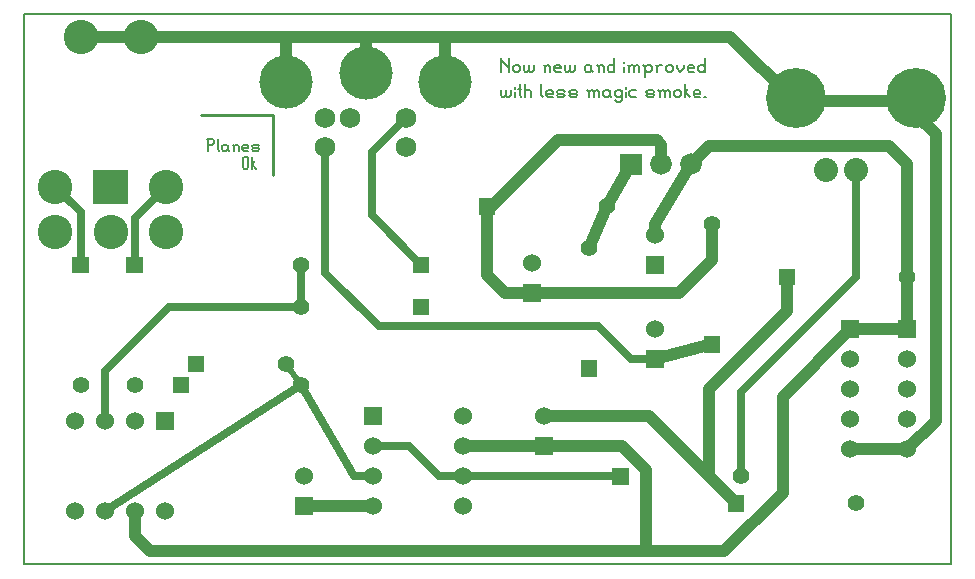
<source format=gbr>
G04 start of page 2 for group 0 idx 0 *
G04 Title: (unknown), component *
G04 Creator: pcb 20091103 *
G04 CreationDate: Tue Aug 17 22:54:19 2010 UTC *
G04 For: fosse *
G04 Format: Gerber/RS-274X *
G04 PCB-Dimensions: 508500 383000 *
G04 PCB-Coordinate-Origin: lower left *
%MOIN*%
%FSLAX25Y25*%
%LNFRONT*%
%ADD11C,0.0400*%
%ADD12C,0.0250*%
%ADD13C,0.0100*%
%ADD14C,0.0060*%
%ADD15C,0.0200*%
%ADD16C,0.0070*%
%ADD17C,0.1150*%
%ADD18C,0.1775*%
%ADD19C,0.0691*%
%ADD20C,0.0550*%
%ADD21C,0.0600*%
%ADD22C,0.0720*%
%ADD23C,0.2000*%
%ADD24C,0.0800*%
%ADD25C,0.0350*%
%ADD26C,0.0860*%
%ADD27C,0.1250*%
%ADD28C,0.0380*%
%ADD29C,0.0280*%
%ADD30C,0.0420*%
G54D11*X322500Y266000D02*X106000D01*
X227500D02*Y251008D01*
X227575Y250933D01*
X201000Y254083D02*Y266000D01*
X174425Y250933D02*Y265425D01*
X174500Y265500D01*
G54D12*X203000Y206500D02*Y227736D01*
X214386Y239122D01*
X187614Y229280D02*Y187386D01*
X219500Y190000D02*X203000Y206500D01*
X106000Y190000D02*Y207500D01*
X124000Y205500D02*X134500Y216000D01*
X124000Y190000D02*Y205500D01*
Y190000D02*Y190500D01*
G54D13*X146000Y240000D02*X170000D01*
Y220000D01*
G54D12*X106000Y207500D02*X97500Y216000D01*
G54D11*X297500Y203500D02*X309500Y223500D01*
X316500Y191500D02*Y203500D01*
X258500Y129500D02*X233500D01*
G54D12*X225500Y119500D02*X215500Y129500D01*
X203500D01*
X114000Y108000D02*X179500Y150000D01*
X114000Y138000D02*Y154500D01*
X135500Y176000D01*
X179500D01*
Y190000D02*Y176000D01*
G54D14*X87200Y273600D02*Y90200D01*
G54D11*X294500Y121500D02*Y95000D01*
X219500Y94500D02*X320500D01*
X260500Y139500D02*X295500D01*
X260500Y129500D02*X286500D01*
X294500Y121500D01*
G54D12*X286000Y119500D02*X225500D01*
X205500Y169500D02*X278500D01*
G54D11*X241500Y186500D02*X247500Y180500D01*
X305500D01*
G54D12*X187614Y187386D02*X205500Y169500D01*
G54D14*X396300Y273600D02*X87200D01*
G54D11*X203500Y109500D02*X180500D01*
G54D15*X179500Y150000D02*X174500Y157000D01*
G54D12*X203500Y119500D02*X197000D01*
X179500Y150000D02*X197000Y119500D01*
G54D11*X124000Y108000D02*Y99500D01*
X129000Y94500D01*
X249500D01*
G54D14*X87200Y90200D02*X396300D01*
G54D11*X384500Y244500D02*X344000D01*
X384500D02*Y240000D01*
X315500Y229500D02*X375500D01*
X344000Y244500D02*X322500Y266000D01*
X381500Y223500D02*Y168500D01*
X391000Y233500D02*Y138000D01*
X375500Y229500D02*X381500Y223500D01*
X384500Y240000D02*X391000Y233500D01*
G54D12*X364500Y220500D02*Y186000D01*
G54D11*X362500Y168500D02*X340000Y146000D01*
X362500Y168500D02*X381500D01*
X243000Y209500D02*X265000Y231500D01*
X241500Y209500D02*X243000D01*
X275500Y195500D02*X281500Y209500D01*
X297500Y200000D02*Y203500D01*
X265000Y231500D02*X298000D01*
X281500Y209500D02*X289500Y223500D01*
X299500Y230000D02*Y223500D01*
X309500D02*X315500Y229500D01*
X298000Y231500D02*X299500Y230000D01*
X241500Y209500D02*Y186500D01*
X391000Y138000D02*X381500Y128500D01*
X297500Y158500D02*X316500Y163500D01*
X305500Y180500D02*X316500Y191500D01*
G54D12*X297500Y158500D02*X289500D01*
X278500Y169500D01*
G54D11*X341500Y174500D02*Y186000D01*
Y174500D02*X315500Y148500D01*
G54D12*X364500Y186000D02*X326000Y147500D01*
G54D11*X320500Y94500D02*X340000Y114000D01*
X295500Y139500D02*X324500Y110500D01*
X315500Y119500D02*X324500Y110500D01*
X340000Y114000D02*Y146000D01*
X315500Y148500D02*Y119500D01*
G54D12*X326000Y147500D02*Y119500D01*
G54D11*X362500Y128500D02*X381500D01*
G54D14*X396300Y90200D02*Y273600D01*
G54D16*X148495Y232010D02*Y228050D01*
X148000Y232010D02*X149980D01*
X150475Y231515D01*
Y230525D01*
X149980Y230030D02*X150475Y230525D01*
X148495Y230030D02*X149980D01*
X151663Y232010D02*Y228545D01*
X152158Y228050D01*
X154634Y230030D02*X155129Y229535D01*
X153644Y230030D02*X154634D01*
X153149Y229535D02*X153644Y230030D01*
X153149Y229535D02*Y228545D01*
X153644Y228050D01*
X155129Y230030D02*Y228545D01*
X155624Y228050D01*
X153644D02*X154634D01*
X155129Y228545D01*
X157308Y229535D02*Y228050D01*
Y229535D02*X157803Y230030D01*
X158298D01*
X158793Y229535D01*
Y228050D01*
X156813Y230030D02*X157308Y229535D01*
X160477Y228050D02*X161962D01*
X159982Y228545D02*X160477Y228050D01*
X159982Y229535D02*Y228545D01*
Y229535D02*X160477Y230030D01*
X161467D01*
X161962Y229535D01*
X159982Y229040D02*X161962D01*
Y229535D02*Y229040D01*
X163646Y228050D02*X165131D01*
X165626Y228545D01*
X165131Y229040D02*X165626Y228545D01*
X163646Y229040D02*X165131D01*
X163151Y229535D02*X163646Y229040D01*
X163151Y229535D02*X163646Y230030D01*
X165131D01*
X165626Y229535D01*
X163151Y228545D02*X163646Y228050D01*
X160000Y225515D02*Y222545D01*
Y225515D02*X160495Y226010D01*
X161485D01*
X161980Y225515D01*
Y222545D01*
X161485Y222050D02*X161980Y222545D01*
X160495Y222050D02*X161485D01*
X160000Y222545D02*X160495Y222050D01*
X163168Y226010D02*Y222050D01*
Y223535D02*X164653Y222050D01*
X163168Y223535D02*X164158Y224525D01*
X246000Y258890D02*Y254450D01*
Y258890D02*Y258335D01*
X248775Y255560D01*
Y258890D02*Y254450D01*
X250108Y256115D02*Y255005D01*
Y256115D02*X250663Y256670D01*
X251773D01*
X252328Y256115D01*
Y255005D01*
X251773Y254450D02*X252328Y255005D01*
X250663Y254450D02*X251773D01*
X250108Y255005D02*X250663Y254450D01*
X253661Y256670D02*Y255005D01*
X254216Y254450D01*
X254771D01*
X255326Y255005D01*
Y256670D02*Y255005D01*
X255881Y254450D01*
X256436D01*
X256991Y255005D01*
Y256670D02*Y255005D01*
X260877Y256115D02*Y254450D01*
Y256115D02*X261432Y256670D01*
X261987D01*
X262542Y256115D01*
Y254450D01*
X260322Y256670D02*X260877Y256115D01*
X264430Y254450D02*X266095D01*
X263875Y255005D02*X264430Y254450D01*
X263875Y256115D02*Y255005D01*
Y256115D02*X264430Y256670D01*
X265540D01*
X266095Y256115D01*
X263875Y255560D02*X266095D01*
Y256115D02*Y255560D01*
X267428Y256670D02*Y255005D01*
X267983Y254450D01*
X268538D01*
X269093Y255005D01*
Y256670D02*Y255005D01*
X269648Y254450D01*
X270203D01*
X270758Y255005D01*
Y256670D02*Y255005D01*
X275754Y256670D02*X276309Y256115D01*
X274644Y256670D02*X275754D01*
X274089Y256115D02*X274644Y256670D01*
X274089Y256115D02*Y255005D01*
X274644Y254450D01*
X276309Y256670D02*Y255005D01*
X276864Y254450D01*
X274644D02*X275754D01*
X276309Y255005D01*
X278752Y256115D02*Y254450D01*
Y256115D02*X279307Y256670D01*
X279862D01*
X280417Y256115D01*
Y254450D01*
X278197Y256670D02*X278752Y256115D01*
X283970Y258890D02*Y254450D01*
X283415D02*X283970Y255005D01*
X282305Y254450D02*X283415D01*
X281750Y255005D02*X282305Y254450D01*
X281750Y256115D02*Y255005D01*
Y256115D02*X282305Y256670D01*
X283415D01*
X283970Y256115D01*
X287301Y257780D02*Y257225D01*
Y256115D02*Y254450D01*
X288968Y256115D02*Y254450D01*
Y256115D02*X289523Y256670D01*
X290078D01*
X290633Y256115D01*
Y254450D01*
Y256115D02*X291188Y256670D01*
X291743D01*
X292298Y256115D01*
Y254450D01*
X288413Y256670D02*X288968Y256115D01*
X294186D02*Y252785D01*
X293631Y256670D02*X294186Y256115D01*
X294741Y256670D01*
X295851D01*
X296406Y256115D01*
Y255005D01*
X295851Y254450D02*X296406Y255005D01*
X294741Y254450D02*X295851D01*
X294186Y255005D02*X294741Y254450D01*
X298294Y256115D02*Y254450D01*
Y256115D02*X298849Y256670D01*
X299959D01*
X297739D02*X298294Y256115D01*
X301292D02*Y255005D01*
Y256115D02*X301847Y256670D01*
X302957D01*
X303512Y256115D01*
Y255005D01*
X302957Y254450D02*X303512Y255005D01*
X301847Y254450D02*X302957D01*
X301292Y255005D02*X301847Y254450D01*
X304845Y256670D02*Y255560D01*
X305955Y254450D01*
X307065Y255560D01*
Y256670D02*Y255560D01*
X308953Y254450D02*X310618D01*
X308398Y255005D02*X308953Y254450D01*
X308398Y256115D02*Y255005D01*
Y256115D02*X308953Y256670D01*
X310063D01*
X310618Y256115D01*
X308398Y255560D02*X310618D01*
Y256115D02*Y255560D01*
X314171Y258890D02*Y254450D01*
X313616D02*X314171Y255005D01*
X312506Y254450D02*X313616D01*
X311951Y255005D02*X312506Y254450D01*
X311951Y256115D02*Y255005D01*
Y256115D02*X312506Y256670D01*
X313616D01*
X314171Y256115D01*
X246000Y248170D02*Y246505D01*
X246555Y245950D01*
X247110D01*
X247665Y246505D01*
Y248170D02*Y246505D01*
X248220Y245950D01*
X248775D01*
X249330Y246505D01*
Y248170D02*Y246505D01*
X250663Y249280D02*Y248725D01*
Y247615D02*Y245950D01*
X252329Y250390D02*Y246505D01*
X252884Y245950D01*
X251774Y248725D02*X252884D01*
X253995Y250390D02*Y245950D01*
Y247615D02*X254550Y248170D01*
X255660D01*
X256215Y247615D01*
Y245950D01*
X259546Y250390D02*Y246505D01*
X260101Y245950D01*
X261767D02*X263432D01*
X261212Y246505D02*X261767Y245950D01*
X261212Y247615D02*Y246505D01*
Y247615D02*X261767Y248170D01*
X262877D01*
X263432Y247615D01*
X261212Y247060D02*X263432D01*
Y247615D02*Y247060D01*
X265320Y245950D02*X266985D01*
X267540Y246505D01*
X266985Y247060D02*X267540Y246505D01*
X265320Y247060D02*X266985D01*
X264765Y247615D02*X265320Y247060D01*
X264765Y247615D02*X265320Y248170D01*
X266985D01*
X267540Y247615D01*
X264765Y246505D02*X265320Y245950D01*
X269428D02*X271093D01*
X271648Y246505D01*
X271093Y247060D02*X271648Y246505D01*
X269428Y247060D02*X271093D01*
X268873Y247615D02*X269428Y247060D01*
X268873Y247615D02*X269428Y248170D01*
X271093D01*
X271648Y247615D01*
X268873Y246505D02*X269428Y245950D01*
X275534Y247615D02*Y245950D01*
Y247615D02*X276089Y248170D01*
X276644D01*
X277199Y247615D01*
Y245950D01*
Y247615D02*X277754Y248170D01*
X278309D01*
X278864Y247615D01*
Y245950D01*
X274979Y248170D02*X275534Y247615D01*
X281862Y248170D02*X282417Y247615D01*
X280752Y248170D02*X281862D01*
X280197Y247615D02*X280752Y248170D01*
X280197Y247615D02*Y246505D01*
X280752Y245950D01*
X282417Y248170D02*Y246505D01*
X282972Y245950D01*
X280752D02*X281862D01*
X282417Y246505D01*
X285971Y248170D02*X286526Y247615D01*
X284861Y248170D02*X285971D01*
X284306Y247615D02*X284861Y248170D01*
X284306Y247615D02*Y246505D01*
X284861Y245950D01*
X285971D01*
X286526Y246505D01*
X284306Y244840D02*X284861Y244285D01*
X285971D01*
X286526Y244840D01*
Y248170D02*Y244840D01*
X287859Y249280D02*Y248725D01*
Y247615D02*Y245950D01*
X289525Y248170D02*X291190D01*
X288970Y247615D02*X289525Y248170D01*
X288970Y247615D02*Y246505D01*
X289525Y245950D01*
X291190D01*
X295076D02*X296741D01*
X297296Y246505D01*
X296741Y247060D02*X297296Y246505D01*
X295076Y247060D02*X296741D01*
X294521Y247615D02*X295076Y247060D01*
X294521Y247615D02*X295076Y248170D01*
X296741D01*
X297296Y247615D01*
X294521Y246505D02*X295076Y245950D01*
X299184Y247615D02*Y245950D01*
Y247615D02*X299739Y248170D01*
X300294D01*
X300849Y247615D01*
Y245950D01*
Y247615D02*X301404Y248170D01*
X301959D01*
X302514Y247615D01*
Y245950D01*
X298629Y248170D02*X299184Y247615D01*
X303847D02*Y246505D01*
Y247615D02*X304402Y248170D01*
X305512D01*
X306067Y247615D01*
Y246505D01*
X305512Y245950D02*X306067Y246505D01*
X304402Y245950D02*X305512D01*
X303847Y246505D02*X304402Y245950D01*
X307400Y250390D02*Y245950D01*
Y247615D02*X309065Y245950D01*
X307400Y247615D02*X308510Y248725D01*
X310953Y245950D02*X312618D01*
X310398Y246505D02*X310953Y245950D01*
X310398Y247615D02*Y246505D01*
Y247615D02*X310953Y248170D01*
X312063D01*
X312618Y247615D01*
X310398Y247060D02*X312618D01*
Y247615D02*Y247060D01*
X313951Y245950D02*X314506D01*
G54D15*G36*
X121250Y192750D02*Y187250D01*
X126750D01*
Y192750D01*
X121250D01*
G37*
G54D17*X106000Y266000D03*
X126000D03*
G54D15*G36*
X110250Y221750D02*Y210250D01*
X121750D01*
Y221750D01*
X110250D01*
G37*
G54D17*X116000Y201000D03*
G54D15*G36*
X103250Y192750D02*Y187250D01*
X108750D01*
Y192750D01*
X103250D01*
G37*
G54D17*X97500Y216000D03*
X134500D03*
Y201000D03*
X97500D03*
G54D18*X201000Y254083D03*
G54D19*X195882Y239122D03*
G54D18*X227575Y250933D03*
G54D19*X214386Y239122D03*
Y229280D03*
G54D15*G36*
X216750Y192750D02*Y187250D01*
X222250D01*
Y192750D01*
X216750D01*
G37*
G54D18*X174425Y250933D03*
G54D19*X187614Y229280D03*
Y239122D03*
G54D20*X179500Y190000D03*
G54D15*G36*
X177500Y112500D02*Y106500D01*
X183500D01*
Y112500D01*
X177500D01*
G37*
G54D21*X180500Y119500D03*
X134000Y108000D03*
X124000Y138000D03*
G54D15*G36*
X200500Y142500D02*Y136500D01*
X206500D01*
Y142500D01*
X200500D01*
G37*
G54D21*X203500Y129500D03*
X114000Y138000D03*
X104000D03*
Y108000D03*
X114000D03*
G54D20*X124000Y150000D03*
G54D15*G36*
X131000Y141000D02*Y135000D01*
X137000D01*
Y141000D01*
X131000D01*
G37*
G54D21*X124000Y108000D03*
G54D15*G36*
X141750Y159750D02*Y154250D01*
X147250D01*
Y159750D01*
X141750D01*
G37*
G36*
X136750Y152750D02*Y147250D01*
X142250D01*
Y152750D01*
X136750D01*
G37*
G54D20*X106000Y150000D03*
X179500D03*
G54D15*G36*
X272750Y158250D02*Y152750D01*
X278250D01*
Y158250D01*
X272750D01*
G37*
G54D20*X275500Y195500D03*
G54D15*G36*
X253500Y183500D02*Y177500D01*
X259500D01*
Y183500D01*
X253500D01*
G37*
G54D21*X256500Y190500D03*
G54D15*G36*
X257500Y132500D02*Y126500D01*
X263500D01*
Y132500D01*
X257500D01*
G37*
G54D21*X260500Y139500D03*
G54D15*G36*
X283250Y122250D02*Y116750D01*
X288750D01*
Y122250D01*
X283250D01*
G37*
G36*
X285900Y227100D02*Y219900D01*
X293100D01*
Y227100D01*
X285900D01*
G37*
G36*
X238750Y212250D02*Y206750D01*
X244250D01*
Y212250D01*
X238750D01*
G37*
G54D20*X281500Y209500D03*
G54D15*G36*
X294500Y193000D02*Y187000D01*
X300500D01*
Y193000D01*
X294500D01*
G37*
G54D21*X297500Y200000D03*
G54D20*X316500Y203500D03*
G54D22*X299500Y223500D03*
X309500D03*
G54D23*X344500Y245500D03*
G54D20*X174500Y157000D03*
G54D21*X203500Y119500D03*
Y109500D03*
X233500D03*
Y119500D03*
Y129500D03*
Y139500D03*
G54D15*G36*
X216750Y178750D02*Y173250D01*
X222250D01*
Y178750D01*
X216750D01*
G37*
G54D20*X179500Y176000D03*
G54D24*X354500Y221500D03*
X364500D03*
G54D23*X384500Y245500D03*
G54D21*X381500Y158500D03*
G54D15*G36*
X313750Y166250D02*Y160750D01*
X319250D01*
Y166250D01*
X313750D01*
G37*
G36*
X294500Y161500D02*Y155500D01*
X300500D01*
Y161500D01*
X294500D01*
G37*
G54D21*X297500Y168500D03*
X362500Y158500D03*
X381500Y148500D03*
X362500D03*
X381500Y138500D03*
Y128500D03*
G54D20*X326000Y119500D03*
G54D21*X362500Y138500D03*
Y128500D03*
G54D15*G36*
X378500Y171500D02*Y165500D01*
X384500D01*
Y171500D01*
X378500D01*
G37*
G36*
X359500D02*Y165500D01*
X365500D01*
Y171500D01*
X359500D01*
G37*
G36*
X338750Y188750D02*Y183250D01*
X344250D01*
Y188750D01*
X338750D01*
G37*
G54D20*X381500Y186000D03*
G54D15*G36*
X321750Y113250D02*Y107750D01*
X327250D01*
Y113250D01*
X321750D01*
G37*
G54D20*X364500Y110500D03*
G54D25*G54D26*G54D25*G54D26*G54D27*G54D28*G54D27*G54D28*G54D25*G54D27*G54D28*G54D25*G54D29*G54D25*G54D29*G54D25*G54D30*G54D25*G54D30*G54D26*G54D25*G54D29*G54D25*G54D26*G54D28*G54D25*G54D28*G54D25*G54D28*G54D25*M02*

</source>
